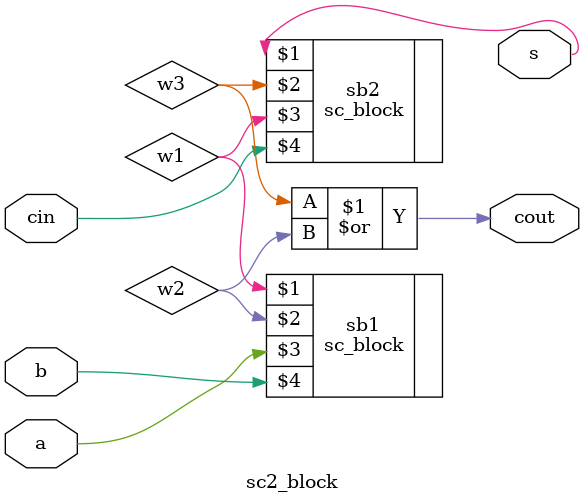
<source format=v>

module sc2_block(s, cout, a, b, cin);

	output s, cout;
	input a, b, cin;
	wire w1, w2, w3;
	
	sc_block sb1(w1, w2, a, b);
	sc_block sb2(s, w3, w1, cin);

	or o1(cout, w3, w2);

endmodule // sc2_block

</source>
